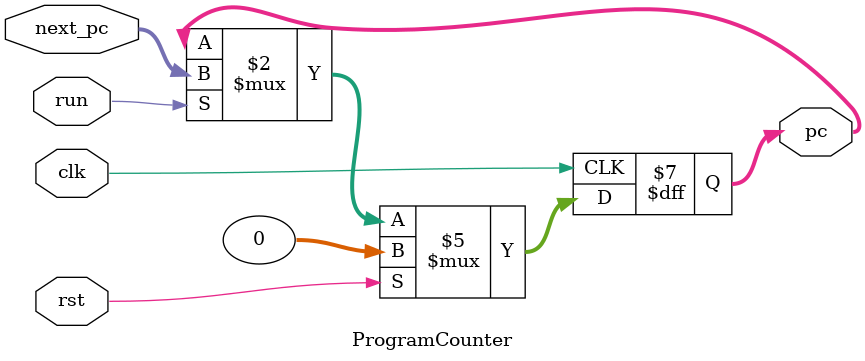
<source format=v>
module ProgramCounter(
    input rst,
    input clk,
    input [31:0] next_pc,
    input run,
    output reg [31:0] pc
    );
    always@(posedge clk)
    begin
//        pc = rst? 0:next_pc;
        if(rst)
            pc <= 0;
        else if(run)
            pc <= next_pc;
    end
endmodule

</source>
